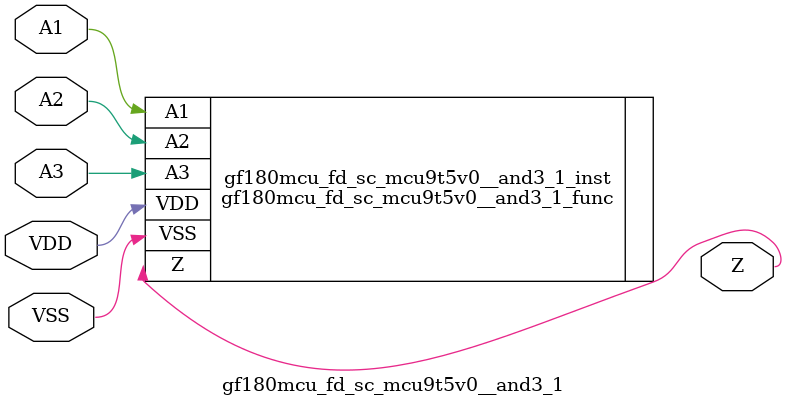
<source format=v>

module gf180mcu_fd_sc_mcu9t5v0__and3_1( A1, A3, A2, Z, VDD, VSS );
input A1, A2, A3;
inout VDD, VSS;
output Z;

   `ifdef FUNCTIONAL  //  functional //

	gf180mcu_fd_sc_mcu9t5v0__and3_1_func gf180mcu_fd_sc_mcu9t5v0__and3_1_behav_inst(.A1(A1),.A3(A3),.A2(A2),.Z(Z),.VDD(VDD),.VSS(VSS));

   `else

	gf180mcu_fd_sc_mcu9t5v0__and3_1_func gf180mcu_fd_sc_mcu9t5v0__and3_1_inst(.A1(A1),.A3(A3),.A2(A2),.Z(Z),.VDD(VDD),.VSS(VSS));

	// spec_gates_begin


	// spec_gates_end



   specify

	// specify_block_begin

	// comb arc A1 --> Z
	 (A1 => Z) = (1.0,1.0);

	// comb arc A2 --> Z
	 (A2 => Z) = (1.0,1.0);

	// comb arc A3 --> Z
	 (A3 => Z) = (1.0,1.0);

	// specify_block_end

   endspecify

   `endif

endmodule

</source>
